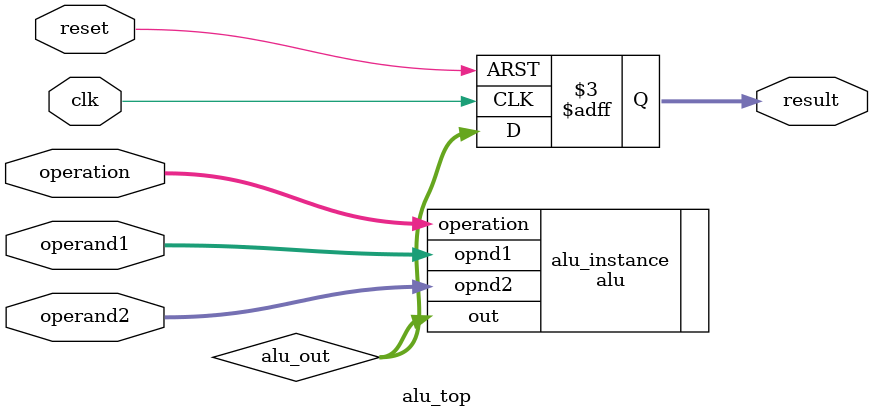
<source format=sv>
`timescale 1ns/1ps
module alu_top // Module start declaration
#(parameter N=4) // Parameter declaration
( input logic clk, reset,
   input logic[N-1:0]operand1, operand2,
   input logic[1:0] operation,
   output logic[N-1:0] result
);

  // Local net declaration
  logic[N-1:0] alu_out; 

  // Instantiation of module alu
  alu #(.N(N)) alu_instance(
    .opnd1(operand1), 
    .opnd2(operand2), 
    .operation(operation), 
    .out(alu_out)
  );

  // Register alu output	
  always@(posedge clk or posedge reset) begin
    if(reset == 1) begin
      result <= 0;
    end
    else begin
      result <= alu_out;
    end
  end
endmodule: alu_top // Module alu_top end declaration
</source>
